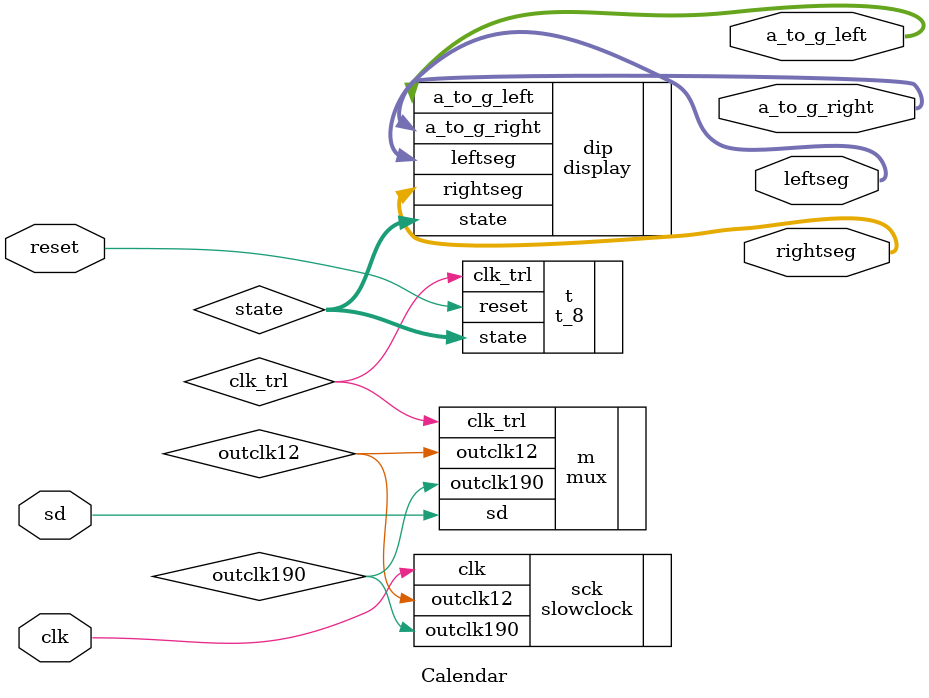
<source format=v>
`timescale 1ns / 1ps


module Calendar(
input clk,sd,reset,
output wire [7:0]a_to_g_left,a_to_g_right,
output wire [3:0]leftseg,rightseg
    );
    wire outclk190,outclk12,clk_trl;
    wire [7:0]state;
    slowclock sck(.clk(clk),.outclk190(outclk190),.outclk12(outclk12));
    mux m(.outclk190(outclk190),.outclk12(outclk12),.sd(sd),.clk_trl(clk_trl));
    t_8 t(.clk_trl(clk_trl),.reset(reset),.state(state));
    display dip(.state(state),.a_to_g_left(a_to_g_left),
    .a_to_g_right(a_to_g_right),.leftseg(leftseg),.rightseg(rightseg));
endmodule

</source>
